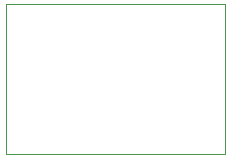
<source format=gbr>
G04 #@! TF.GenerationSoftware,KiCad,Pcbnew,(5.1.5)-3*
G04 #@! TF.CreationDate,2020-12-21T13:16:17+01:00*
G04 #@! TF.ProjectId,epimetheus_si7021,6570696d-6574-4686-9575-735f73693730,rev?*
G04 #@! TF.SameCoordinates,Original*
G04 #@! TF.FileFunction,Profile,NP*
%FSLAX46Y46*%
G04 Gerber Fmt 4.6, Leading zero omitted, Abs format (unit mm)*
G04 Created by KiCad (PCBNEW (5.1.5)-3) date 2020-12-21 13:16:17*
%MOMM*%
%LPD*%
G04 APERTURE LIST*
%ADD10C,0.050000*%
G04 APERTURE END LIST*
D10*
X180340000Y-37338000D02*
X180340000Y-24638000D01*
X180340000Y-24638000D02*
X161798000Y-24638000D01*
X161798000Y-37338000D02*
X180340000Y-37338000D01*
X161798000Y-24638000D02*
X161798000Y-37338000D01*
M02*

</source>
